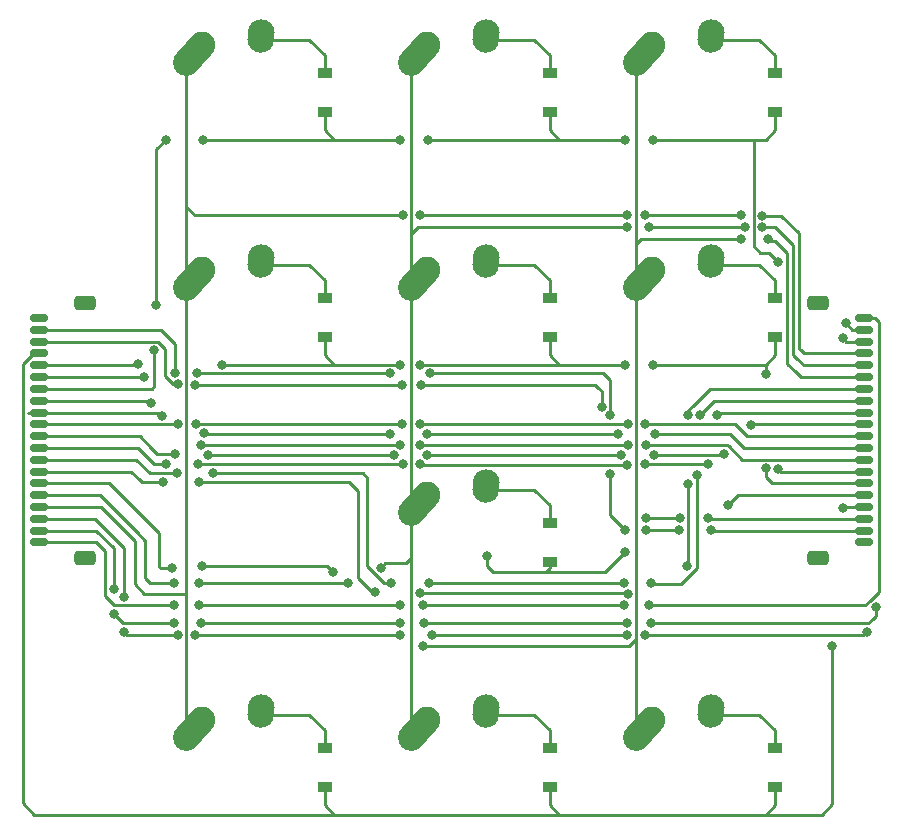
<source format=gtl>
G04 #@! TF.GenerationSoftware,KiCad,Pcbnew,(6.0.9)*
G04 #@! TF.CreationDate,2022-12-29T20:25:28-06:00*
G04 #@! TF.ProjectId,Navigation Keys,4e617669-6761-4746-996f-6e204b657973,rev?*
G04 #@! TF.SameCoordinates,Original*
G04 #@! TF.FileFunction,Copper,L1,Top*
G04 #@! TF.FilePolarity,Positive*
%FSLAX46Y46*%
G04 Gerber Fmt 4.6, Leading zero omitted, Abs format (unit mm)*
G04 Created by KiCad (PCBNEW (6.0.9)) date 2022-12-29 20:25:28*
%MOMM*%
%LPD*%
G01*
G04 APERTURE LIST*
G04 Aperture macros list*
%AMRoundRect*
0 Rectangle with rounded corners*
0 $1 Rounding radius*
0 $2 $3 $4 $5 $6 $7 $8 $9 X,Y pos of 4 corners*
0 Add a 4 corners polygon primitive as box body*
4,1,4,$2,$3,$4,$5,$6,$7,$8,$9,$2,$3,0*
0 Add four circle primitives for the rounded corners*
1,1,$1+$1,$2,$3*
1,1,$1+$1,$4,$5*
1,1,$1+$1,$6,$7*
1,1,$1+$1,$8,$9*
0 Add four rect primitives between the rounded corners*
20,1,$1+$1,$2,$3,$4,$5,0*
20,1,$1+$1,$4,$5,$6,$7,0*
20,1,$1+$1,$6,$7,$8,$9,0*
20,1,$1+$1,$8,$9,$2,$3,0*%
%AMHorizOval*
0 Thick line with rounded ends*
0 $1 width*
0 $2 $3 position (X,Y) of the first rounded end (center of the circle)*
0 $4 $5 position (X,Y) of the second rounded end (center of the circle)*
0 Add line between two ends*
20,1,$1,$2,$3,$4,$5,0*
0 Add two circle primitives to create the rounded ends*
1,1,$1,$2,$3*
1,1,$1,$4,$5*%
G04 Aperture macros list end*
G04 #@! TA.AperFunction,SMDPad,CuDef*
%ADD10R,1.200000X0.900000*%
G04 #@! TD*
G04 #@! TA.AperFunction,SMDPad,CuDef*
%ADD11RoundRect,0.150000X0.625000X-0.150000X0.625000X0.150000X-0.625000X0.150000X-0.625000X-0.150000X0*%
G04 #@! TD*
G04 #@! TA.AperFunction,SMDPad,CuDef*
%ADD12RoundRect,0.250000X0.650000X-0.350000X0.650000X0.350000X-0.650000X0.350000X-0.650000X-0.350000X0*%
G04 #@! TD*
G04 #@! TA.AperFunction,ComponentPad*
%ADD13C,2.250000*%
G04 #@! TD*
G04 #@! TA.AperFunction,ComponentPad*
%ADD14HorizOval,2.250000X0.655001X0.730000X-0.655001X-0.730000X0*%
G04 #@! TD*
G04 #@! TA.AperFunction,ComponentPad*
%ADD15HorizOval,2.250000X0.020000X0.290000X-0.020000X-0.290000X0*%
G04 #@! TD*
G04 #@! TA.AperFunction,SMDPad,CuDef*
%ADD16RoundRect,0.150000X-0.625000X0.150000X-0.625000X-0.150000X0.625000X-0.150000X0.625000X0.150000X0*%
G04 #@! TD*
G04 #@! TA.AperFunction,SMDPad,CuDef*
%ADD17RoundRect,0.250000X-0.650000X0.350000X-0.650000X-0.350000X0.650000X-0.350000X0.650000X0.350000X0*%
G04 #@! TD*
G04 #@! TA.AperFunction,ViaPad*
%ADD18C,0.800000*%
G04 #@! TD*
G04 #@! TA.AperFunction,Conductor*
%ADD19C,0.250000*%
G04 #@! TD*
G04 APERTURE END LIST*
D10*
X161131250Y-91343750D03*
X161131250Y-88043750D03*
D11*
X136906250Y-108718750D03*
X136906250Y-107718750D03*
X136906250Y-106718750D03*
X136906250Y-105718750D03*
X136906250Y-104718750D03*
X136906250Y-103718750D03*
X136906250Y-102718750D03*
X136906250Y-101718750D03*
X136906250Y-100718750D03*
X136906250Y-99718750D03*
X136906250Y-98718750D03*
X136906250Y-97718750D03*
X136906250Y-96718750D03*
X136906250Y-95718750D03*
X136906250Y-94718750D03*
X136906250Y-93718750D03*
X136906250Y-92718750D03*
X136906250Y-91718750D03*
X136906250Y-90718750D03*
X136906250Y-89718750D03*
D12*
X140781250Y-88418750D03*
X140781250Y-110018750D03*
D10*
X161131250Y-72293750D03*
X161131250Y-68993750D03*
X161131250Y-129443750D03*
X161131250Y-126143750D03*
D13*
X188793750Y-123793750D03*
D14*
X188138751Y-124523750D03*
D15*
X193813750Y-123003750D03*
D13*
X193833750Y-122713750D03*
D10*
X180181250Y-72293750D03*
X180181250Y-68993750D03*
D13*
X150693750Y-66643750D03*
D14*
X150038751Y-67373750D03*
D15*
X155713750Y-65853750D03*
D13*
X155733750Y-65563750D03*
D14*
X188138751Y-67373750D03*
D13*
X188793750Y-66643750D03*
D15*
X193813750Y-65853750D03*
D13*
X193833750Y-65563750D03*
D10*
X199231250Y-129443750D03*
X199231250Y-126143750D03*
X180181250Y-91343750D03*
X180181250Y-88043750D03*
D14*
X169088751Y-67373750D03*
D13*
X169743750Y-66643750D03*
X174783750Y-65563750D03*
D15*
X174763750Y-65853750D03*
D13*
X150693750Y-123793750D03*
D14*
X150038751Y-124523750D03*
D15*
X155713750Y-123003750D03*
D13*
X155733750Y-122713750D03*
D14*
X150038751Y-86423750D03*
D13*
X150693750Y-85693750D03*
X155733750Y-84613750D03*
D15*
X155713750Y-84903750D03*
D10*
X180181250Y-110393750D03*
X180181250Y-107093750D03*
D14*
X169088751Y-86423750D03*
D13*
X169743750Y-85693750D03*
D15*
X174763750Y-84903750D03*
D13*
X174783750Y-84613750D03*
D14*
X188138751Y-86423750D03*
D13*
X188793750Y-85693750D03*
D15*
X193813750Y-84903750D03*
D13*
X193833750Y-84613750D03*
D14*
X169088751Y-105473750D03*
D13*
X169743750Y-104743750D03*
X174783750Y-103663750D03*
D15*
X174763750Y-103953750D03*
D10*
X180181250Y-129443750D03*
X180181250Y-126143750D03*
X199231250Y-91343750D03*
X199231250Y-88043750D03*
X199231250Y-72293750D03*
X199231250Y-68993750D03*
D16*
X206787500Y-89718750D03*
X206787500Y-90718750D03*
X206787500Y-91718750D03*
X206787500Y-92718750D03*
X206787500Y-93718750D03*
X206787500Y-94718750D03*
X206787500Y-95718750D03*
X206787500Y-96718750D03*
X206787500Y-97718750D03*
X206787500Y-98718750D03*
X206787500Y-99718750D03*
X206787500Y-100718750D03*
X206787500Y-101718750D03*
X206787500Y-102718750D03*
X206787500Y-103718750D03*
X206787500Y-104718750D03*
X206787500Y-105718750D03*
X206787500Y-106718750D03*
X206787500Y-107718750D03*
X206787500Y-108718750D03*
D17*
X202912500Y-110018750D03*
X202912500Y-88418750D03*
D14*
X169088751Y-124523750D03*
D13*
X169743750Y-123793750D03*
D15*
X174763750Y-123003750D03*
D13*
X174783750Y-122713750D03*
D18*
X186531250Y-74612500D03*
X199517000Y-84963000D03*
X147637500Y-74612500D03*
X146812000Y-88646000D03*
X167481250Y-74612500D03*
X146680701Y-92460299D03*
X169862500Y-74612500D03*
X199517000Y-102489000D03*
X188912500Y-74612500D03*
X150812500Y-74612500D03*
X167481250Y-93662500D03*
X169158250Y-93662500D03*
X198437500Y-94456250D03*
X188912500Y-93662500D03*
X152400000Y-93662500D03*
X186531250Y-93662500D03*
X145796000Y-94742000D03*
X198437500Y-102443250D03*
X186531250Y-109537500D03*
X195262500Y-105568750D03*
X145288000Y-93599000D03*
X174879000Y-109855000D03*
X204089000Y-117475000D03*
X204978000Y-105791000D03*
X169418000Y-114046000D03*
X148336000Y-114046000D03*
X167513000Y-114046000D03*
X186436000Y-114046000D03*
X150495000Y-114046000D03*
X188595000Y-114046000D03*
X188722000Y-115570000D03*
X207776299Y-114177299D03*
X143256000Y-112649000D03*
X148336000Y-115570000D03*
X143256000Y-114808000D03*
X186690000Y-115570000D03*
X205232000Y-90170000D03*
X167513000Y-115570000D03*
X169545000Y-115570000D03*
X150622000Y-115570000D03*
X170180000Y-116586000D03*
X186690000Y-116586000D03*
X204978000Y-91443250D03*
X167456326Y-116567894D03*
X144145000Y-116294500D03*
X188214000Y-116586000D03*
X150108250Y-116515788D03*
X144145000Y-113321500D03*
X148659250Y-116515788D03*
X207010000Y-116294500D03*
X167709250Y-81026000D03*
X196342000Y-81026000D03*
X198146000Y-81042497D03*
X186690000Y-81026000D03*
X169158250Y-81026000D03*
X188208250Y-81026000D03*
X163068000Y-112141000D03*
X188595000Y-82042000D03*
X198146000Y-82042000D03*
X148336000Y-112141000D03*
X186690000Y-82042000D03*
X165866299Y-110866701D03*
X150495000Y-112141000D03*
X196697000Y-82042000D03*
X169418000Y-117475000D03*
X161798000Y-111252000D03*
X148209000Y-110871000D03*
X150749000Y-110744000D03*
X198628000Y-83058000D03*
X196342000Y-83058000D03*
X147447000Y-103632000D03*
X191897000Y-97954500D03*
X169164000Y-113030000D03*
X186759250Y-113086788D03*
X191897000Y-103759000D03*
X150495000Y-103632000D03*
X191829200Y-110676200D03*
X165354000Y-112903000D03*
X192659000Y-102997000D03*
X186436000Y-112141000D03*
X169926000Y-112141000D03*
X166751000Y-112141000D03*
X151638000Y-102870000D03*
X192913000Y-97917000D03*
X148590000Y-102870000D03*
X188722000Y-112141000D03*
X169158250Y-102113099D03*
X150368000Y-102108000D03*
X147701000Y-102108000D03*
X188214000Y-102108000D03*
X194310000Y-97954500D03*
X186736424Y-102177636D03*
X167709250Y-102108000D03*
X193548000Y-102070500D03*
X167005000Y-101346000D03*
X148463000Y-101219000D03*
X197231000Y-98806000D03*
X186182000Y-101346000D03*
X188976000Y-101346000D03*
X169799000Y-101346000D03*
X194940701Y-101223299D03*
X151257000Y-101346000D03*
X167640000Y-98679000D03*
X150241000Y-98679000D03*
X186759250Y-98679000D03*
X169164000Y-98679000D03*
X188214000Y-98679000D03*
X148659250Y-98679000D03*
X147320000Y-97994250D03*
X150880866Y-99446839D03*
X189103000Y-99568000D03*
X169799000Y-99568000D03*
X166624000Y-99568000D03*
X185928000Y-99568000D03*
X146431000Y-96901000D03*
X150622000Y-100457000D03*
X169164000Y-100457000D03*
X167513000Y-100457000D03*
X188341000Y-100457000D03*
X186759250Y-100457000D03*
X169291000Y-95377000D03*
X167640000Y-95377000D03*
X150114000Y-95377000D03*
X184568500Y-97227774D03*
X193548000Y-106680000D03*
X188341000Y-106680000D03*
X148659250Y-95341045D03*
X191172500Y-106680000D03*
X170053000Y-94387000D03*
X185293000Y-102902136D03*
X191135000Y-107696000D03*
X193802000Y-107696000D03*
X148463000Y-94361000D03*
X188341000Y-107696000D03*
X186563000Y-107696000D03*
X166624000Y-94387000D03*
X185293000Y-97954500D03*
X150342000Y-94387000D03*
D19*
X180181250Y-73818750D02*
X180181250Y-72293750D01*
X197421500Y-74612500D02*
X188912500Y-74612500D01*
X180975000Y-74612500D02*
X169862500Y-74612500D01*
X206787500Y-102718750D02*
X199746750Y-102718750D01*
X180975000Y-74612500D02*
X180181250Y-73818750D01*
X186531250Y-74612500D02*
X180975000Y-74612500D01*
X197421500Y-83629500D02*
X197421500Y-74612500D01*
X146470250Y-95718750D02*
X146685000Y-95504000D01*
X199746750Y-102718750D02*
X199517000Y-102489000D01*
X161925000Y-74612500D02*
X161131250Y-73818750D01*
X162718750Y-74612500D02*
X161925000Y-74612500D01*
X146812000Y-88646000D02*
X146812000Y-75438000D01*
X146685000Y-95504000D02*
X146685000Y-92464598D01*
X197993000Y-84201000D02*
X197421500Y-83629500D01*
X167481250Y-74612500D02*
X162718750Y-74612500D01*
X136906250Y-95718750D02*
X146470250Y-95718750D01*
X146685000Y-92464598D02*
X146680701Y-92460299D01*
X199517000Y-84963000D02*
X198755000Y-84201000D01*
X198437500Y-74612500D02*
X197421500Y-74612500D01*
X146812000Y-75438000D02*
X147637500Y-74612500D01*
X199231250Y-73818750D02*
X198437500Y-74612500D01*
X199231250Y-72293750D02*
X199231250Y-73818750D01*
X161131250Y-73818750D02*
X161131250Y-72293750D01*
X198755000Y-84201000D02*
X197993000Y-84201000D01*
X150812500Y-74612500D02*
X162718750Y-74612500D01*
X159806250Y-66143750D02*
X155693750Y-66143750D01*
X161131250Y-67468750D02*
X159806250Y-66143750D01*
X161131250Y-68993750D02*
X161131250Y-67468750D01*
X145772750Y-94718750D02*
X145796000Y-94742000D01*
X161131250Y-92868750D02*
X161131250Y-91343750D01*
X206787500Y-103718750D02*
X198968750Y-103718750D01*
X198437500Y-102393750D02*
X198437500Y-102443250D01*
X199231250Y-91343750D02*
X199231250Y-92868750D01*
X161925000Y-93662500D02*
X161131250Y-92868750D01*
X180975000Y-93662500D02*
X169158250Y-93662500D01*
X136906250Y-94718750D02*
X145772750Y-94718750D01*
X197643750Y-93662500D02*
X188912500Y-93662500D01*
X198968750Y-103718750D02*
X198437500Y-103187500D01*
X198437500Y-93662500D02*
X197643750Y-93662500D01*
X199231250Y-92868750D02*
X198437500Y-93662500D01*
X161925000Y-93662500D02*
X152400000Y-93662500D01*
X186531250Y-93662500D02*
X180975000Y-93662500D01*
X198437500Y-94456250D02*
X198437500Y-93662500D01*
X167481250Y-93662500D02*
X162369500Y-93662500D01*
X180181250Y-92868750D02*
X180181250Y-91343750D01*
X198437500Y-103187500D02*
X198437500Y-102393750D01*
X180975000Y-93662500D02*
X180181250Y-92868750D01*
X162369500Y-93662500D02*
X161925000Y-93662500D01*
X161131250Y-88043750D02*
X161131250Y-86518750D01*
X161131250Y-86518750D02*
X159806250Y-85193750D01*
X159806250Y-85193750D02*
X155693750Y-85193750D01*
X179260500Y-111252000D02*
X175387000Y-111252000D01*
X196112500Y-104718750D02*
X195262500Y-105568750D01*
X179832000Y-111252000D02*
X179260500Y-111252000D01*
X174879000Y-110744000D02*
X174879000Y-109855000D01*
X136906250Y-93718750D02*
X145168250Y-93718750D01*
X180181250Y-110393750D02*
X180181250Y-110902750D01*
X186531250Y-109537500D02*
X184816750Y-111252000D01*
X145168250Y-93718750D02*
X145288000Y-93599000D01*
X184816750Y-111252000D02*
X179260500Y-111252000D01*
X175387000Y-111252000D02*
X174879000Y-110744000D01*
X180181250Y-110902750D02*
X179832000Y-111252000D01*
X206787500Y-104718750D02*
X196112500Y-104718750D01*
X159806250Y-123293750D02*
X155693750Y-123293750D01*
X161131250Y-126143750D02*
X161131250Y-124618750D01*
X161131250Y-124618750D02*
X159806250Y-123293750D01*
X178856250Y-66143750D02*
X174743750Y-66143750D01*
X180181250Y-68993750D02*
X180181250Y-67468750D01*
X180181250Y-67468750D02*
X178856250Y-66143750D01*
X180181250Y-86518750D02*
X178856250Y-85193750D01*
X178856250Y-85193750D02*
X174743750Y-85193750D01*
X180181250Y-88043750D02*
X180181250Y-86518750D01*
X180181250Y-107093750D02*
X180181250Y-105568750D01*
X180181250Y-105568750D02*
X178856250Y-104243750D01*
X178856250Y-104243750D02*
X174743750Y-104243750D01*
X198437500Y-131762500D02*
X196850000Y-131762500D01*
X199231250Y-130968750D02*
X198437500Y-131762500D01*
X136459499Y-92718750D02*
X135567000Y-93611249D01*
X136525000Y-131762500D02*
X163512500Y-131762500D01*
X161131250Y-130968750D02*
X161131250Y-129443750D01*
X206787500Y-105718750D02*
X205050250Y-105718750D01*
X205050250Y-105718750D02*
X204978000Y-105791000D01*
X180181250Y-130968750D02*
X180181250Y-129443750D01*
X199231250Y-129443750D02*
X199231250Y-130968750D01*
X203200000Y-131762500D02*
X196850000Y-131762500D01*
X135567000Y-130804500D02*
X136525000Y-131762500D01*
X180975000Y-131762500D02*
X180181250Y-130968750D01*
X135567000Y-93611249D02*
X135567000Y-130804500D01*
X136906250Y-92718750D02*
X136459499Y-92718750D01*
X161925000Y-131762500D02*
X161131250Y-130968750D01*
X204089000Y-130873500D02*
X203200000Y-131762500D01*
X163512500Y-131762500D02*
X161925000Y-131762500D01*
X196850000Y-131762500D02*
X180975000Y-131762500D01*
X180975000Y-131762500D02*
X163512500Y-131762500D01*
X204089000Y-117475000D02*
X204089000Y-130873500D01*
X180181250Y-126143750D02*
X180181250Y-124618750D01*
X178856250Y-123293750D02*
X174743750Y-123293750D01*
X180181250Y-124618750D02*
X178856250Y-123293750D01*
X199231250Y-68993750D02*
X199231250Y-67468750D01*
X197906250Y-66143750D02*
X193793750Y-66143750D01*
X199231250Y-67468750D02*
X197906250Y-66143750D01*
X199231250Y-88043750D02*
X199231250Y-86518750D01*
X199231250Y-86518750D02*
X197906250Y-85193750D01*
X197906250Y-85193750D02*
X193793750Y-85193750D01*
X199231250Y-126175000D02*
X199231250Y-124650000D01*
X199231250Y-124618750D02*
X197906250Y-123293750D01*
X197906250Y-123293750D02*
X193793750Y-123293750D01*
X143256000Y-114046000D02*
X142494000Y-113284000D01*
X208026000Y-112903000D02*
X207264000Y-113665000D01*
X167513000Y-114046000D02*
X150495000Y-114046000D01*
X186436000Y-114046000D02*
X169418000Y-114046000D01*
X206883000Y-114046000D02*
X188595000Y-114046000D01*
X207264000Y-113665000D02*
X206883000Y-114046000D01*
X208026000Y-90043000D02*
X208026000Y-112903000D01*
X142494000Y-113284000D02*
X142494000Y-109474000D01*
X148336000Y-114046000D02*
X143256000Y-114046000D01*
X142494000Y-109474000D02*
X141738750Y-108718750D01*
X206787500Y-89718750D02*
X207701750Y-89718750D01*
X141738750Y-108718750D02*
X136906250Y-108718750D01*
X207701750Y-89718750D02*
X208026000Y-90043000D01*
X141754750Y-107718750D02*
X143256000Y-109220000D01*
X143256000Y-114808000D02*
X144018000Y-115570000D01*
X205780750Y-90718750D02*
X206787500Y-90718750D01*
X205232000Y-90170000D02*
X205780750Y-90718750D01*
X207776299Y-114930701D02*
X207776299Y-114177299D01*
X207518000Y-115189000D02*
X207776299Y-114930701D01*
X150622000Y-115570000D02*
X167513000Y-115570000D01*
X143256000Y-109220000D02*
X143256000Y-112776000D01*
X136906250Y-107718750D02*
X141754750Y-107718750D01*
X144018000Y-115570000D02*
X148336000Y-115570000D01*
X169545000Y-115570000D02*
X186690000Y-115570000D01*
X207137000Y-115570000D02*
X207518000Y-115189000D01*
X188722000Y-115570000D02*
X207137000Y-115570000D01*
X141643750Y-106718750D02*
X143891000Y-108966000D01*
X136906250Y-106718750D02*
X139280250Y-106718750D01*
X144145000Y-109220000D02*
X144145000Y-113321500D01*
X188214000Y-116586000D02*
X206718500Y-116586000D01*
X204978000Y-91443250D02*
X205253500Y-91718750D01*
X170180000Y-116586000D02*
X186690000Y-116586000D01*
X148659250Y-116515788D02*
X144366288Y-116515788D01*
X139280250Y-106718750D02*
X141643750Y-106718750D01*
X143891000Y-108966000D02*
X144145000Y-109220000D01*
X205253500Y-91718750D02*
X206787500Y-91718750D01*
X206718500Y-116586000D02*
X207010000Y-116294500D01*
X144366288Y-116515788D02*
X144145000Y-116294500D01*
X150108250Y-116515788D02*
X167459285Y-116515788D01*
X149383750Y-125253750D02*
X149383750Y-113061750D01*
X145827750Y-113061750D02*
X149383750Y-113061750D01*
X149383750Y-113061750D02*
X149383750Y-87153750D01*
X136906250Y-105718750D02*
X142167750Y-105718750D01*
X199787497Y-81042497D02*
X198146000Y-81042497D01*
X201295000Y-92329000D02*
X201295000Y-82550000D01*
X186690000Y-81026000D02*
X169158250Y-81026000D01*
X145034000Y-112268000D02*
X145827750Y-113061750D01*
X149383750Y-80295750D02*
X149383750Y-68103750D01*
X206787500Y-92718750D02*
X201684750Y-92718750D01*
X142167750Y-105718750D02*
X145034000Y-108585000D01*
X201295000Y-82550000D02*
X199787497Y-81042497D01*
X167709250Y-81026000D02*
X150114000Y-81026000D01*
X201422000Y-92456000D02*
X201295000Y-92329000D01*
X196342000Y-81026000D02*
X188208250Y-81026000D01*
X149383750Y-87153750D02*
X149383750Y-80295750D01*
X201684750Y-92718750D02*
X201422000Y-92456000D01*
X150114000Y-81026000D02*
X149383750Y-80295750D01*
X145034000Y-108585000D02*
X145034000Y-112268000D01*
X199263000Y-82042000D02*
X198146000Y-82042000D01*
X186690000Y-82042000D02*
X168973500Y-82042000D01*
X168433750Y-110077250D02*
X168021000Y-110490000D01*
X145923000Y-108839000D02*
X145923000Y-111760000D01*
X150495000Y-112141000D02*
X163068000Y-112141000D01*
X145923000Y-111760000D02*
X146177000Y-112014000D01*
X145288000Y-107950000D02*
X145923000Y-108585000D01*
X168433750Y-110077250D02*
X168433750Y-110521750D01*
X168973500Y-82042000D02*
X168433750Y-82581750D01*
X136906250Y-104718750D02*
X142056750Y-104718750D01*
X206787500Y-93718750D02*
X201668750Y-93718750D01*
X168433750Y-82581750D02*
X168433750Y-87153750D01*
X142056750Y-104718750D02*
X145288000Y-107950000D01*
X200787000Y-83566000D02*
X199263000Y-82042000D01*
X200787000Y-92837000D02*
X200787000Y-83566000D01*
X146304000Y-112141000D02*
X148082000Y-112141000D01*
X201668750Y-93718750D02*
X201041000Y-93091000D01*
X168433750Y-106203750D02*
X168433750Y-110077250D01*
X196697000Y-82042000D02*
X188595000Y-82042000D01*
X166243000Y-110490000D02*
X165866299Y-110866701D01*
X201041000Y-93091000D02*
X200787000Y-92837000D01*
X168433750Y-110521750D02*
X168433750Y-125253750D01*
X146177000Y-112014000D02*
X146304000Y-112141000D01*
X148082000Y-112141000D02*
X148336000Y-112141000D01*
X145923000Y-108585000D02*
X145923000Y-108839000D01*
X168433750Y-87153750D02*
X168433750Y-106203750D01*
X168433750Y-68103750D02*
X168433750Y-82581750D01*
X168021000Y-110490000D02*
X166243000Y-110490000D01*
X187483750Y-83470750D02*
X187483750Y-87153750D01*
X198755000Y-83185000D02*
X198628000Y-83058000D01*
X186880500Y-117475000D02*
X187483750Y-116871750D01*
X199263000Y-83185000D02*
X199009000Y-83185000D01*
X147193000Y-110871000D02*
X148209000Y-110871000D01*
X200279000Y-84201000D02*
X199263000Y-83185000D01*
X169418000Y-117475000D02*
X186880500Y-117475000D01*
X146304000Y-107188000D02*
X147066000Y-107950000D01*
X142834750Y-103718750D02*
X146304000Y-107188000D01*
X200279000Y-93599000D02*
X200279000Y-84201000D01*
X201398750Y-94718750D02*
X200914000Y-94234000D01*
X136906250Y-103718750D02*
X142834750Y-103718750D01*
X161290000Y-110744000D02*
X161798000Y-111252000D01*
X187483750Y-87153750D02*
X187483750Y-116871750D01*
X147066000Y-110744000D02*
X147193000Y-110871000D01*
X206787500Y-94718750D02*
X201398750Y-94718750D01*
X187483750Y-68103750D02*
X187483750Y-83470750D01*
X200914000Y-94234000D02*
X200279000Y-93599000D01*
X147066000Y-107950000D02*
X147066000Y-110744000D01*
X150749000Y-110744000D02*
X160401000Y-110744000D01*
X187896500Y-83058000D02*
X187483750Y-83470750D01*
X187483750Y-116871750D02*
X187483750Y-125253750D01*
X160401000Y-110744000D02*
X161290000Y-110744000D01*
X196342000Y-83058000D02*
X187896500Y-83058000D01*
X199009000Y-83185000D02*
X198755000Y-83185000D01*
X191897000Y-110608400D02*
X191829200Y-110676200D01*
X206787500Y-95718750D02*
X204938750Y-95718750D01*
X163830000Y-104267000D02*
X163957000Y-104394000D01*
X193714250Y-95718750D02*
X192278000Y-97155000D01*
X145669000Y-103632000D02*
X147447000Y-103632000D01*
X191897000Y-97536000D02*
X191897000Y-97954500D01*
X192278000Y-97155000D02*
X191897000Y-97536000D01*
X204938750Y-95718750D02*
X193714250Y-95718750D01*
X169164000Y-113030000D02*
X186702462Y-113030000D01*
X186702462Y-113030000D02*
X186759250Y-113086788D01*
X144755750Y-102718750D02*
X145415000Y-103378000D01*
X165100000Y-112903000D02*
X165354000Y-112903000D01*
X136906250Y-102718750D02*
X139470250Y-102718750D01*
X191897000Y-103759000D02*
X191897000Y-110608400D01*
X163957000Y-104394000D02*
X163957000Y-111760000D01*
X139470250Y-102718750D02*
X144755750Y-102718750D01*
X163195000Y-103632000D02*
X163830000Y-104267000D01*
X145415000Y-103378000D02*
X145669000Y-103632000D01*
X150495000Y-103632000D02*
X163195000Y-103632000D01*
X163957000Y-111760000D02*
X165100000Y-112903000D01*
X148590000Y-102870000D02*
X146304000Y-102870000D01*
X191262000Y-112268000D02*
X188849000Y-112268000D01*
X206787500Y-96718750D02*
X204414750Y-96718750D01*
X164719000Y-110744000D02*
X164719000Y-103251000D01*
X188849000Y-112268000D02*
X188722000Y-112141000D01*
X146304000Y-102870000D02*
X145152750Y-101718750D01*
X166751000Y-112141000D02*
X166116000Y-112141000D01*
X192659000Y-102997000D02*
X192659000Y-110871000D01*
X166116000Y-112141000D02*
X165354000Y-111379000D01*
X164338000Y-102870000D02*
X151638000Y-102870000D01*
X204414750Y-96718750D02*
X194111250Y-96718750D01*
X192659000Y-110871000D02*
X191262000Y-112268000D01*
X164719000Y-103251000D02*
X164338000Y-102870000D01*
X145152750Y-101718750D02*
X136906250Y-101718750D01*
X186436000Y-112141000D02*
X169926000Y-112141000D01*
X194111250Y-96718750D02*
X192913000Y-97917000D01*
X165354000Y-111379000D02*
X164719000Y-110744000D01*
X169222787Y-102177636D02*
X186736424Y-102177636D01*
X206787500Y-97718750D02*
X194545750Y-97718750D01*
X140073250Y-100718750D02*
X145295750Y-100718750D01*
X145796000Y-101219000D02*
X146685000Y-102108000D01*
X169158250Y-102113099D02*
X169222787Y-102177636D01*
X150368000Y-102108000D02*
X167709250Y-102108000D01*
X194545750Y-97718750D02*
X194310000Y-97954500D01*
X146685000Y-102108000D02*
X147701000Y-102108000D01*
X136906250Y-100718750D02*
X140073250Y-100718750D01*
X193510500Y-102108000D02*
X193548000Y-102070500D01*
X188214000Y-102108000D02*
X193510500Y-102108000D01*
X145295750Y-100718750D02*
X145796000Y-101219000D01*
X206787500Y-98718750D02*
X203747750Y-98718750D01*
X194818000Y-101346000D02*
X194940701Y-101223299D01*
X203747750Y-98718750D02*
X197318250Y-98718750D01*
X140311250Y-99718750D02*
X145438750Y-99718750D01*
X146431000Y-100711000D02*
X146939000Y-101219000D01*
X169799000Y-101346000D02*
X186182000Y-101346000D01*
X146939000Y-101219000D02*
X148463000Y-101219000D01*
X197318250Y-98718750D02*
X197231000Y-98806000D01*
X151257000Y-101346000D02*
X167005000Y-101346000D01*
X145438750Y-99718750D02*
X146431000Y-100711000D01*
X188976000Y-101346000D02*
X194818000Y-101346000D01*
X136906250Y-99718750D02*
X140311250Y-99718750D01*
X196873750Y-99718750D02*
X206787500Y-99718750D01*
X148619500Y-98718750D02*
X148659250Y-98679000D01*
X169164000Y-98679000D02*
X186759250Y-98679000D01*
X150241000Y-98679000D02*
X167640000Y-98679000D01*
X136906250Y-98718750D02*
X148619500Y-98718750D01*
X188214000Y-98679000D02*
X195834000Y-98679000D01*
X195834000Y-98679000D02*
X196873750Y-99718750D01*
X136088250Y-97718750D02*
X136017000Y-97790000D01*
X151002027Y-99568000D02*
X150880866Y-99446839D01*
X147044500Y-97718750D02*
X147320000Y-97994250D01*
X139628750Y-97718750D02*
X136088250Y-97718750D01*
X196603750Y-100718750D02*
X195707000Y-99822000D01*
X203715750Y-100718750D02*
X203708000Y-100711000D01*
X206787500Y-100718750D02*
X203715750Y-100718750D01*
X195707000Y-99822000D02*
X195453000Y-99568000D01*
X166624000Y-99568000D02*
X151002027Y-99568000D01*
X139628750Y-97718750D02*
X147044500Y-97718750D01*
X203715750Y-100718750D02*
X196603750Y-100718750D01*
X195453000Y-99568000D02*
X189103000Y-99568000D01*
X185928000Y-99568000D02*
X169799000Y-99568000D01*
X195326000Y-100584000D02*
X195199000Y-100457000D01*
X206787500Y-101718750D02*
X203826750Y-101718750D01*
X203826750Y-101718750D02*
X196460750Y-101718750D01*
X196460750Y-101718750D02*
X195326000Y-100584000D01*
X146248750Y-96718750D02*
X146431000Y-96901000D01*
X195199000Y-100457000D02*
X188341000Y-100457000D01*
X186759250Y-100457000D02*
X169164000Y-100457000D01*
X136906250Y-96718750D02*
X146248750Y-96718750D01*
X167513000Y-100457000D02*
X150622000Y-100457000D01*
X193586750Y-106718750D02*
X193548000Y-106680000D01*
X206787500Y-106718750D02*
X203492750Y-106718750D01*
X136906250Y-91718750D02*
X139597750Y-91718750D01*
X148300045Y-95341045D02*
X148659250Y-95341045D01*
X147574000Y-92329000D02*
X147574000Y-94615000D01*
X184277000Y-95631000D02*
X184568500Y-95922500D01*
X203492750Y-106718750D02*
X193586750Y-106718750D01*
X191172500Y-106680000D02*
X188341000Y-106680000D01*
X139597750Y-91718750D02*
X146963750Y-91718750D01*
X150114000Y-95377000D02*
X167640000Y-95377000D01*
X147574000Y-94615000D02*
X148300045Y-95341045D01*
X184023000Y-95377000D02*
X184277000Y-95631000D01*
X184568500Y-95922500D02*
X184568500Y-97227774D01*
X169291000Y-95377000D02*
X184023000Y-95377000D01*
X146963750Y-91718750D02*
X147574000Y-92329000D01*
X185547000Y-106680000D02*
X185420000Y-106553000D01*
X147233750Y-90718750D02*
X148463000Y-91948000D01*
X185420000Y-106553000D02*
X185293000Y-106426000D01*
X148463000Y-91948000D02*
X148463000Y-94361000D01*
X193824750Y-107718750D02*
X193802000Y-107696000D01*
X185509500Y-97954500D02*
X185547000Y-97917000D01*
X185293000Y-106426000D02*
X185293000Y-102902136D01*
X185293000Y-94996000D02*
X184658000Y-94361000D01*
X203349750Y-107718750D02*
X193824750Y-107718750D01*
X184658000Y-94361000D02*
X170079000Y-94361000D01*
X166624000Y-94387000D02*
X150342000Y-94387000D01*
X185293000Y-97954500D02*
X185509500Y-97954500D01*
X206787500Y-107718750D02*
X203349750Y-107718750D01*
X136906250Y-90718750D02*
X147233750Y-90718750D01*
X186563000Y-107696000D02*
X185674000Y-106807000D01*
X185674000Y-106807000D02*
X185547000Y-106680000D01*
X170079000Y-94361000D02*
X170053000Y-94387000D01*
X188722000Y-107696000D02*
X188341000Y-107696000D01*
X191135000Y-107696000D02*
X188722000Y-107696000D01*
X185293000Y-97954500D02*
X185293000Y-94996000D01*
M02*

</source>
